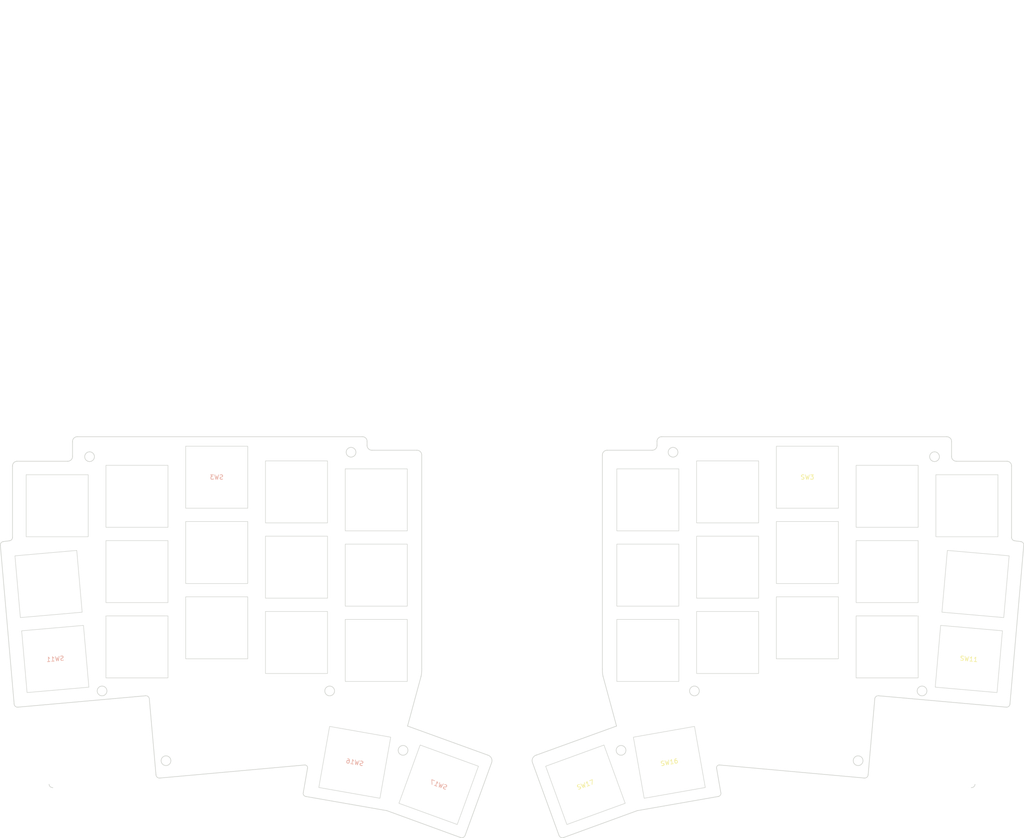
<source format=kicad_pcb>
(kicad_pcb (version 20221018) (generator pcbnew)
  (layers (0 "F.Cu" signal) (31 "B.Cu" signal) (34 "B.Paste" user) (35 "F.Paste" user) (36 "B.SilkS" user "B.Silkscreen") (37 "F.SilkS" user "F.Silkscreen") (38 "B.Mask" user) (39 "F.Mask" user) (44 "Edge.Cuts" user))
  (net 0 "")
  (footprint "jw_custom_footprint:Kailh_socket_PG1350_v1_reversible_cutout_switch_plate" (layer "F.Cu") (at 61.482528 105.958194)
    (fp_text reference "SW12")
    (fp_text value "SW12")
    (fp_rect (start -7 -7) (end 7 7) (stroke (width 0.12)) (fill none) (layer "Edge.Cuts"))
  )
  (footprint "jw_custom_footprint:Kailh_socket_PG1350_v1_reversible_cutout_switch_plate" (layer "F.Cu") (at 61.482528 88.958594)
    (fp_text reference "SW7")
    (fp_text value "SW7")
    (fp_rect (start -7 -7) (end 7 7) (stroke (width 0.12)) (fill none) (layer "Edge.Cuts"))
  )
  (footprint "jw_custom_footprint:MountingHole_2.2mm_M2_cutout" (layer "F.Cu") (at 109.791 62.004386)
    (fp_text reference "TH1" hide)
    (fp_text value "HOLE")
    (fp_circle (center 0 0) (end 1.1 0) (stroke (width 0.15)) (fill none) (layer "Edge.Cuts"))
  )
  (footprint "jw_custom_footprint:Kailh_socket_PG1350_v1_reversible_cutout_switch_plate" (layer "F.Cu") (at 110.629117 132.020377 170)
    (fp_text reference "SW16")
    (fp_text value "SW16")
    (fp_text user "${REFERENCE}" (at 0 0 170) (layer "B.SilkS") (effects (justify mirror)))
    (fp_rect (start -7 -7) (end 7 7) (stroke (width 0.12)) (fill none) (layer "Edge.Cuts"))
  )
  (footprint "jw_custom_footprint:Kailh_socket_PG1350_v1_reversible_cutout_switch_plate" (layer "F.Cu") (at 43.482328 74.082304)
    (fp_text reference "SW1")
    (fp_text value "SW1")
    (fp_rect (start -7 -7) (end 7 7) (stroke (width 0.12)) (fill none) (layer "Edge.Cuts"))
  )
  (footprint "jw_custom_footprint:Kailh_socket_PG1350_v1_reversible_cutout_switch_plate" (layer "F.Cu") (at 41.532612 91.756341 5)
    (fp_text reference "SW6")
    (fp_text value "SW6")
    (fp_rect (start -7 -7) (end 7 7) (stroke (width 0.12)) (fill none) (layer "Edge.Cuts"))
  )
  (footprint "jw_custom_footprint:MountingHole_2.2mm_M2_cutout" (layer "F.Cu") (at 104.965 115.903186)
    (fp_text reference "TH4" hide)
    (fp_text value "HOLE")
    (fp_circle (center 0 0) (end 1.1 0) (stroke (width 0.15)) (fill none) (layer "Edge.Cuts"))
  )
  (footprint "jw_custom_footprint:MountingHole_2.2mm_M2_cutout" (layer "F.Cu") (at 68.0334 131.651186)
    (fp_text reference "TH3" hide)
    (fp_text value "HOLE")
    (fp_circle (center 0 0) (end 1.1 0) (stroke (width 0.15)) (fill none) (layer "Edge.Cuts"))
  )
  (footprint "jw_custom_footprint:Kailh_socket_PG1350_v1_reversible_cutout_switch_plate" (layer "F.Cu") (at 129.565491 137.085275 160)
    (fp_text reference "SW17")
    (fp_text value "SW17")
    (fp_text user "${REFERENCE}" (at 0 0 160) (layer "B.SilkS") (effects (justify mirror)))
    (fp_rect (start -7 -7) (end 7 7) (stroke (width 0.12)) (fill none) (layer "Edge.Cuts"))
  )
  (footprint "jw_custom_footprint:Kailh_socket_PG1350_v1_reversible_cutout_switch_plate" (layer "F.Cu") (at 79.481928 101.648394)
    (fp_text reference "SW13")
    (fp_text value "SW13")
    (fp_rect (start -7 -7) (end 7 7) (stroke (width 0.12)) (fill none) (layer "Edge.Cuts"))
  )
  (footprint "jw_custom_footprint:MountingHole_2.2mm_M2_cutout" (layer "F.Cu") (at 121.5258 129.314386)
    (fp_text reference "TH5" hide)
    (fp_text value "HOLE")
    (fp_circle (center 0 0) (end 1.1 0) (stroke (width 0.15)) (fill none) (layer "Edge.Cuts"))
  )
  (footprint "jw_custom_footprint:Kailh_socket_PG1350_v1_reversible_cutout_switch_plate" (layer "F.Cu") (at 97.482128 70.958434)
    (fp_text reference "SW4")
    (fp_text value "SW4")
    (fp_rect (start -7 -7) (end 7 7) (stroke (width 0.12)) (fill none) (layer "Edge.Cuts"))
  )
  (footprint "jw_custom_footprint:Kailh_socket_PG1350_v1_reversible_cutout_switch_plate" (layer "F.Cu") (at 61.482528 71.958994)
    (fp_text reference "SW2")
    (fp_text value "SW2")
    (fp_rect (start -7 -7) (end 7 7) (stroke (width 0.12)) (fill none) (layer "Edge.Cuts"))
  )
  (footprint "jw_custom_footprint:Kailh_socket_PG1350_v1_reversible_cutout_switch_plate" (layer "F.Cu") (at 115.481826 72.757994)
    (fp_text reference "SW5")
    (fp_text value "SW5")
    (fp_rect (start -7 -7) (end 7 7) (stroke (width 0.12)) (fill none) (layer "Edge.Cuts"))
  )
  (footprint "jw_custom_footprint:Kailh_socket_PG1350_v1_reversible_cutout_switch_plate" (layer "F.Cu") (at 97.482128 104.958794)
    (fp_text reference "SW14")
    (fp_text value "SW14")
    (fp_rect (start -7 -7) (end 7 7) (stroke (width 0.12)) (fill none) (layer "Edge.Cuts"))
  )
  (footprint "jw_custom_footprint:MountingHole_2.2mm_M2_cutout" (layer "F.Cu") (at 53.6062 115.903186)
    (fp_text reference "TH6" hide)
    (fp_text value "HOLE")
    (fp_circle (center 0 0) (end 1.1 0) (stroke (width 0.15)) (fill none) (layer "Edge.Cuts"))
  )
  (footprint "jw_custom_footprint:Kailh_socket_PG1350_v1_reversible_cutout_switch_plate" (layer "F.Cu") (at 115.481826 106.757794)
    (fp_text reference "SW15")
    (fp_text value "SW15")
    (fp_rect (start -7 -7) (end 7 7) (stroke (width 0.12)) (fill none) (layer "Edge.Cuts"))
  )
  (footprint "jw_custom_footprint:Kailh_socket_PG1350_v1_reversible_cutout_switch_plate" (layer "F.Cu") (at 97.482128 87.958394)
    (fp_text reference "SW9")
    (fp_text value "SW9")
    (fp_rect (start -7 -7) (end 7 7) (stroke (width 0.12)) (fill none) (layer "Edge.Cuts"))
  )
  (footprint "jw_custom_footprint:Kailh_socket_PG1350_v1_reversible_cutout_switch_plate" (layer "F.Cu") (at 115.481826 89.757794)
    (fp_text reference "SW10")
    (fp_text value "SW10")
    (fp_rect (start -7 -7) (end 7 7) (stroke (width 0.12)) (fill none) (layer "Edge.Cuts"))
  )
  (footprint "jw_custom_footprint:Kailh_socket_PG1350_v1_reversible_cutout_switch_plate" (layer "F.Cu") (at 79.481928 67.648234)
    (fp_text reference "SW3")
    (fp_text value "SW3")
    (fp_text user "${REFERENCE}" (at 0 0) (layer "B.SilkS") (effects (justify mirror)))
    (fp_rect (start -7 -7) (end 7 7) (stroke (width 0.12)) (fill none) (layer "Edge.Cuts"))
  )
  (footprint "jw_custom_footprint:MountingHole_2.2mm_M2_cutout" (layer "F.Cu") (at 50.7868 63.0108)
    (fp_text reference "TH2" hide)
    (fp_text value "HOLE")
    (fp_circle (center 0 0) (end 1.1 0) (stroke (width 0.15)) (fill none) (layer "Edge.Cuts"))
  )
  (footprint "jw_custom_footprint:Kailh_socket_PG1350_v1_reversible_cutout_switch_plate" (layer "F.Cu") (at 79.481928 84.648194)
    (fp_text reference "SW8")
    (fp_text value "SW8")
    (fp_rect (start -7 -7) (end 7 7) (stroke (width 0.12)) (fill none) (layer "Edge.Cuts"))
  )
  (footprint "jw_custom_footprint:Kailh_socket_PG1350_v1_reversible_cutout_switch_plate" (layer "F.Cu") (at 43.046358 108.68404 5)
    (fp_text reference "SW11")
    (fp_text value "SW11")
    (fp_text user "${REFERENCE}" (at 0 0 5) (layer "B.SilkS") (effects (justify mirror)))
    (fp_rect (start -7 -7) (end 7 7) (stroke (width 0.12)) (fill none) (layer "Edge.Cuts"))
  )
  (footprint "jw_custom_footprint:MountingHole_2.2mm_M2_cutout" (layer "B.Cu") (at 187.275442 115.903186 180)
    (fp_text reference "TH4" hide)
    (fp_text value "HOLE")
    (fp_circle (center 0 0) (end 1.1 0) (stroke (width 0.15)) (fill none) (layer "Edge.Cuts"))
  )
  (footprint "jw_custom_footprint:Kailh_socket_PG1350_v1_reversible_cutout_switch_plate" (layer "B.Cu") (at 176.758616 89.757794 180)
    (fp_text reference "SW10")
    (fp_text value "SW10")
    (fp_rect (start -7 7) (end 7 -7) (stroke (width 0.12)) (fill none) (layer "Edge.Cuts"))
  )
  (footprint "jw_custom_footprint:Kailh_socket_PG1350_v1_reversible_cutout_switch_plate" (layer "B.Cu") (at 230.757914 71.958994 180)
    (fp_text reference "SW2")
    (fp_text value "SW2")
    (fp_rect (start -7 7) (end 7 -7) (stroke (width 0.12)) (fill none) (layer "Edge.Cuts"))
  )
  (footprint "jw_custom_footprint:MountingHole_2.2mm_M2_cutout" (layer "B.Cu") (at 224.207042 131.651186 180)
    (fp_text reference "TH3" hide)
    (fp_text value "HOLE")
    (fp_circle (center 0 0) (end 1.1 0) (stroke (width 0.15)) (fill none) (layer "Edge.Cuts"))
  )
  (footprint "jw_custom_footprint:MountingHole_2.2mm_M2_cutout" (layer "B.Cu") (at 241.453642 63.0108 180)
    (fp_text reference "TH2" hide)
    (fp_text value "HOLE")
    (fp_circle (center 0 0) (end 1.1 0) (stroke (width 0.15)) (fill none) (layer "Edge.Cuts"))
  )
  (footprint "jw_custom_footprint:Kailh_socket_PG1350_v1_reversible_cutout_switch_plate" (layer "B.Cu") (at 162.674951 137.085275 20)
    (fp_text reference "SW17")
    (fp_text value "SW17")
    (fp_text user "${REFERENCE}" (at 0 0 20) (layer "F.SilkS"))
    (fp_rect (start -7 7) (end 7 -7) (stroke (width 0.12)) (fill none) (layer "Edge.Cuts"))
  )
  (footprint "jw_custom_footprint:Kailh_socket_PG1350_v1_reversible_cutout_switch_plate" (layer "B.Cu") (at 176.758616 72.757994 180)
    (fp_text reference "SW5")
    (fp_text value "SW5")
    (fp_rect (start -7 7) (end 7 -7) (stroke (width 0.12)) (fill none) (layer "Edge.Cuts"))
  )
  (footprint "jw_custom_footprint:Kailh_socket_PG1350_v1_reversible_cutout_switch_plate" (layer "B.Cu") (at 194.758314 87.958394 180)
    (fp_text reference "SW9")
    (fp_text value "SW9")
    (fp_rect (start -7 7) (end 7 -7) (stroke (width 0.12)) (fill none) (layer "Edge.Cuts"))
  )
  (footprint "jw_custom_footprint:Kailh_socket_PG1350_v1_reversible_cutout_switch_plate" (layer "B.Cu") (at 250.70783 91.756341 175)
    (fp_text reference "SW6")
    (fp_text value "SW6")
    (fp_rect (start -7 7) (end 7 -7) (stroke (width 0.12)) (fill none) (layer "Edge.Cuts"))
  )
  (footprint "jw_custom_footprint:Kailh_socket_PG1350_v1_reversible_cutout_switch_plate" (layer "B.Cu") (at 230.757914 88.958594 180)
    (fp_text reference "SW7")
    (fp_text value "SW7")
    (fp_rect (start -7 7) (end 7 -7) (stroke (width 0.12)) (fill none) (layer "Edge.Cuts"))
  )
  (footprint "jw_custom_footprint:Kailh_socket_PG1350_v1_reversible_cutout_switch_plate" (layer "B.Cu") (at 194.758314 70.958434 180)
    (fp_text reference "SW4")
    (fp_text value "SW4")
    (fp_rect (start -7 7) (end 7 -7) (stroke (width 0.12)) (fill none) (layer "Edge.Cuts"))
  )
  (footprint "jw_custom_footprint:Kailh_socket_PG1350_v1_reversible_cutout_switch_plate" (layer "B.Cu") (at 212.758514 84.648194 180)
    (fp_text reference "SW8")
    (fp_text value "SW8")
    (fp_rect (start -7 7) (end 7 -7) (stroke (width 0.12)) (fill none) (layer "Edge.Cuts"))
  )
  (footprint "jw_custom_footprint:Kailh_socket_PG1350_v1_reversible_cutout_switch_plate" (layer "B.Cu") (at 248.758114 74.082304 180)
    (fp_text reference "SW1")
    (fp_text value "SW1")
    (fp_rect (start -7 7) (end 7 -7) (stroke (width 0.12)) (fill none) (layer "Edge.Cuts"))
  )
  (footprint "jw_custom_footprint:Kailh_socket_PG1350_v1_reversible_cutout_switch_plate" (layer "B.Cu") (at 212.758514 101.648394 180)
    (fp_text reference "SW13")
    (fp_text value "SW13")
    (fp_rect (start -7 7) (end 7 -7) (stroke (width 0.12)) (fill none) (layer "Edge.Cuts"))
  )
  (footprint "jw_custom_footprint:Kailh_socket_PG1350_v1_reversible_cutout_switch_plate" (layer "B.Cu") (at 181.611325 132.020377 10)
    (fp_text reference "SW16")
    (fp_text value "SW16")
    (fp_text user "${REFERENCE}" (at 0 0 10) (layer "F.SilkS"))
    (fp_rect (start -7 7) (end 7 -7) (stroke (width 0.12)) (fill none) (layer "Edge.Cuts"))
  )
  (footprint "jw_custom_footprint:MountingHole_2.2mm_M2_cutout" (layer "B.Cu") (at 170.714642 129.314386 180)
    (fp_text reference "TH5" hide)
    (fp_text value "HOLE")
    (fp_circle (center 0 0) (end 1.1 0) (stroke (width 0.15)) (fill none) (layer "Edge.Cuts"))
  )
  (footprint "jw_custom_footprint:MountingHole_2.2mm_M2_cutout" (layer "B.Cu") (at 238.634242 115.903186 180)
    (fp_text reference "TH6" hide)
    (fp_text value "HOLE")
    (fp_circle (center 0 0) (end 1.1 0) (stroke (width 0.15)) (fill none) (layer "Edge.Cuts"))
  )
  (footprint "jw_custom_footprint:MountingHole_2.2mm_M2_cutout" (layer "B.Cu") (at 182.449442 62.004386 180)
    (fp_text reference "TH1" hide)
    (fp_text value "HOLE")
    (fp_circle (center 0 0) (end 1.1 0) (stroke (width 0.15)) (fill none) (layer "Edge.Cuts"))
  )
  (footprint "jw_custom_footprint:Kailh_socket_PG1350_v1_reversible_cutout_switch_plate" (layer "B.Cu") (at 176.758616 106.757794 180)
    (fp_text reference "SW15")
    (fp_text value "SW15")
    (fp_rect (start -7 7) (end 7 -7) (stroke (width 0.12)) (fill none) (layer "Edge.Cuts"))
  )
  (footprint "jw_custom_footprint:Kailh_socket_PG1350_v1_reversible_cutout_switch_plate" (layer "B.Cu") (at 230.757914 105.958194 180)
    (fp_text reference "SW12")
    (fp_text value "SW12")
    (fp_rect (start -7 7) (end 7 -7) (stroke (width 0.12)) (fill none) (layer "Edge.Cuts"))
  )
  (footprint "jw_custom_footprint:Kailh_socket_PG1350_v1_reversible_cutout_switch_plate" (layer "B.Cu") (at 194.758314 104.958794 180)
    (fp_text reference "SW14")
    (fp_text value "SW14")
    (fp_rect (start -7 7) (end 7 -7) (stroke (width 0.12)) (fill none) (layer "Edge.Cuts"))
  )
  (footprint "jw_custom_footprint:Kailh_socket_PG1350_v1_reversible_cutout_switch_plate" (layer "B.Cu") (at 212.758514 67.648234 180)
    (fp_text reference "SW3")
    (fp_text value "SW3")
    (fp_text user "${REFERENCE}" (at 0 0) (layer "F.SilkS"))
    (fp_rect (start -7 7) (end 7 -7) (stroke (width 0.12)) (fill none) (layer "Edge.Cuts"))
  )
  (footprint "jw_custom_footprint:Kailh_socket_PG1350_v1_reversible_cutout_switch_plate" (layer "B.Cu") (at 249.194084 108.68404 175)
    (fp_text reference "SW11")
    (fp_text value "SW11")
    (fp_text user "${REFERENCE}" (at 0 0 175) (layer "F.SilkS"))
    (fp_rect (start -7 7) (end 7 -7) (stroke (width 0.12)) (fill none) (layer "Edge.Cuts"))
  )
  (gr_line (start 34.63162 119.558661) (end 63.404013 116.992213) (stroke (width 0.15)) (layer "Edge.Cuts"))
  (gr_line (start 178.829738 59.582328) (end 178.829738 60.429586) (stroke (width 0.15)) (layer "Edge.Cuts"))
  (gr_line (start 46.942981 59.620786) (end 46.942981 62.918786) (stroke (width 0.15)) (layer "Edge.Cuts"))
  (gr_line (start 99.972929 133.32555) (end 99.0214 138.813986) (stroke (width 0.15)) (layer "Edge.Cuts"))
  (gr_arc (start 227.966242 117.731986) (mid 228.237418 117.169274) (end 228.836429 116.992213) (stroke (width 0.15)) (layer "Edge.Cuts"))
  (gr_arc (start 259.462242 81.988858) (mid 259.001981 81.696003) (end 258.836909 81.176058) (stroke (width 0.15)) (layer "Edge.Cuts"))
  (gr_arc (start 178.829738 60.429586) (mid 178.52025 61.230004) (end 177.725042 61.55271) (stroke (width 0.15)) (layer "Edge.Cuts"))
  (gr_line (start 258.471642 118.849586) (end 261.582921 83.026619) (stroke (width 0.15)) (layer "Edge.Cuts"))
  (gr_line (start 166.650642 112.601186) (end 169.698642 123.827986) (stroke (width 0.15)) (layer "Edge.Cuts"))
  (gr_arc (start 99.3262 132.616386) (mid 99.818052 132.817314) (end 99.972929 133.32555) (stroke (width 0.15)) (layer "Edge.Cuts"))
  (gr_line (start 192.660242 139.728386) (end 174.372242 142.928786) (stroke (width 0.15)) (layer "Edge.Cuts"))
  (gr_line (start 257.836642 64.04191) (end 246.402157 64.04191) (stroke (width 0.15)) (layer "Edge.Cuts"))
  (gr_line (start 30.657521 83.026619) (end 33.7688 118.849586) (stroke (width 0.15)) (layer "Edge.Cuts"))
  (gr_arc (start 46.942981 62.918786) (mid 46.633529 63.719267) (end 45.838285 64.04191) (stroke (width 0.15)) (layer "Edge.Cuts"))
  (gr_line (start 134.429 148.973986) (end 117.8682 142.928786) (stroke (width 0.15)) (layer "Edge.Cuts"))
  (gr_line (start 64.2742 117.731986) (end 65.770699 134.820398) (stroke (width 0.15)) (layer "Edge.Cuts"))
  (gr_arc (start 166.650642 112.601186) (mid 166.52583 111.767405) (end 166.498242 110.924786) (stroke (width 0.15)) (layer "Edge.Cuts"))
  (gr_arc (start 178.829738 59.582328) (mid 179.11552 58.823443) (end 179.858642 58.4988) (stroke (width 0.15)) (layer "Edge.Cuts"))
  (gr_line (start 167.617769 61.55271) (end 177.725042 61.55271) (stroke (width 0.15)) (layer "Edge.Cuts"))
  (gr_arc (start 124.622673 61.55271) (mid 125.422947 61.872152) (end 125.742578 62.672387) (stroke (width 0.15)) (layer "Edge.Cuts"))
  (gr_line (start 117.8682 142.928786) (end 99.5802 139.728386) (stroke (width 0.15)) (layer "Edge.Cuts"))
  (gr_arc (start 114.5154 61.55271) (mid 113.720186 61.230042) (end 113.410704 60.429586) (stroke (width 0.15)) (layer "Edge.Cuts"))
  (gr_line (start 113.410704 60.429586) (end 113.410704 59.582328) (stroke (width 0.15)) (layer "Edge.Cuts"))
  (gr_line (start 32.7782 81.988858) (end 31.305 82.179587) (stroke (width 0.15)) (layer "Edge.Cuts"))
  (gr_line (start 258.836909 81.176058) (end 258.836909 65.103186) (stroke (width 0.15)) (layer "Edge.Cuts"))
  (gr_arc (start 46.942981 59.620786) (mid 47.252537 58.820728) (end 48.047677 58.4988) (stroke (width 0.15)) (layer "Edge.Cuts"))
  (gr_line (start 169.698642 123.827986) (end 151.613842 130.381186) (stroke (width 0.15)) (layer "Edge.Cuts"))
  (gr_line (start 174.372242 142.928786) (end 157.811442 148.973986) (stroke (width 0.15)) (layer "Edge.Cuts"))
  (gr_line (start 48.047677 58.4988) (end 112.3818 58.4988) (stroke (width 0.15)) (layer "Edge.Cuts"))
  (gr_line (start 122.5418 123.827986) (end 125.5898 112.601186) (stroke (width 0.15)) (layer "Edge.Cuts"))
  (gr_arc (start 112.3818 58.4988) (mid 113.124946 58.823422) (end 113.410704 59.582328) (stroke (width 0.15)) (layer "Edge.Cuts"))
  (gr_arc (start 246.402157 64.04191) (mid 245.606932 63.719248) (end 245.297461 62.918786) (stroke (width 0.15)) (layer "Edge.Cuts"))
  (gr_arc (start 66.6618 135.562786) (mid 66.052411 135.38825) (end 65.770699 134.820398) (stroke (width 0.15)) (layer "Edge.Cuts"))
  (gr_arc (start 260.935442 82.179587) (mid 261.432196 82.470848) (end 261.582921 83.026619) (stroke (width 0.15)) (layer "Edge.Cuts"))
  (gr_line (start 192.914242 132.616386) (end 225.578642 135.562786) (stroke (width 0.15)) (layer "Edge.Cuts"))
  (gr_line (start 245.297461 62.918786) (end 245.297461 59.620786) (stroke (width 0.15)) (layer "Edge.Cuts"))
  (gr_arc (start 258.471642 118.849586) (mid 258.192418 119.389311) (end 257.608822 119.558661) (stroke (width 0.15)) (layer "Edge.Cuts"))
  (gr_arc (start 157.811442 148.973986) (mid 157.137349 148.973581) (end 156.693842 148.465986) (stroke (width 0.15)) (layer "Edge.Cuts"))
  (gr_arc (start 63.404013 116.992213) (mid 64.003007 117.169299) (end 64.2742 117.731986) (stroke (width 0.15)) (layer "Edge.Cuts"))
  (gr_line (start 179.858642 58.4988) (end 244.192765 58.4988) (stroke (width 0.15)) (layer "Edge.Cuts"))
  (gr_arc (start 244.192765 58.4988) (mid 244.987939 58.820726) (end 245.297461 59.620786) (stroke (width 0.15)) (layer "Edge.Cuts"))
  (gr_line (start 135.5466 148.465986) (end 141.541 132.006786) (stroke (width 0.15)) (layer "Edge.Cuts"))
  (gr_arc (start 150.699442 132.006786) (mid 150.82179 131.005631) (end 151.613842 130.381186) (stroke (width 0.15)) (layer "Edge.Cuts"))
  (gr_arc (start 34.63162 119.558661) (mid 34.04803 119.389299) (end 33.7688 118.849586) (stroke (width 0.15)) (layer "Edge.Cuts"))
  (gr_arc (start 166.497864 62.672387) (mid 166.817466 61.872124) (end 167.617769 61.55271) (stroke (width 0.15)) (layer "Edge.Cuts"))
  (gr_arc (start 33.403533 65.103186) (mid 33.690029 64.371182) (end 34.4038 64.04191) (stroke (width 0.15)) (layer "Edge.Cuts"))
  (gr_arc (start 135.5466 148.465986) (mid 135.10305 148.97356) (end 134.429 148.973986) (stroke (width 0.15)) (layer "Edge.Cuts"))
  (gr_line (start 260.935442 82.179587) (end 259.462242 81.988858) (stroke (width 0.15)) (layer "Edge.Cuts"))
  (gr_arc (start 42.499957 137.725051) (mid 41.922333 137.532087) (end 41.659656 136.982663) (stroke (width 0.15)) (layer "Edge.Cuts"))
  (gr_arc (start 250.580786 136.982663) (mid 250.318114 137.532122) (end 249.740485 137.725051) (stroke (width 0.15)) (layer "Edge.Cuts"))
  (gr_arc (start 30.657521 83.026619) (mid 30.808241 82.470844) (end 31.305 82.179587) (stroke (width 0.15)) (layer "Edge.Cuts"))
  (gr_line (start 226.469743 134.820398) (end 227.966242 117.731986) (stroke (width 0.15)) (layer "Edge.Cuts"))
  (gr_line (start 166.498242 110.924786) (end 166.498242 62.672387) (stroke (width 0.15)) (layer "Edge.Cuts"))
  (gr_line (start 193.219042 138.813986) (end 192.267513 133.32555) (stroke (width 0.15)) (layer "Edge.Cuts"))
  (gr_line (start 33.403533 65.103186) (end 33.403533 81.176058) (stroke (width 0.15)) (layer "Edge.Cuts"))
  (gr_arc (start 140.6266 130.381186) (mid 141.418651 131.005632) (end 141.541 132.006786) (stroke (width 0.15)) (layer "Edge.Cuts"))
  (gr_line (start 150.699442 132.006786) (end 156.693842 148.465986) (stroke (width 0.15)) (layer "Edge.Cuts"))
  (gr_line (start 140.6266 130.381186) (end 122.5418 123.827986) (stroke (width 0.15)) (layer "Edge.Cuts"))
  (gr_line (start 228.836429 116.992213) (end 257.608822 119.558661) (stroke (width 0.15)) (layer "Edge.Cuts"))
  (gr_arc (start 99.5802 139.728386) (mid 99.095354 139.396758) (end 99.0214 138.813986) (stroke (width 0.15)) (layer "Edge.Cuts"))
  (gr_arc (start 226.469743 134.820398) (mid 226.18803 135.388242) (end 225.578642 135.562786) (stroke (width 0.15)) (layer "Edge.Cuts"))
  (gr_arc (start 192.267513 133.32555) (mid 192.422389 132.817313) (end 192.914242 132.616386) (stroke (width 0.15)) (layer "Edge.Cuts"))
  (gr_arc (start 257.836642 64.04191) (mid 258.550449 64.371174) (end 258.836909 65.103186) (stroke (width 0.15)) (layer "Edge.Cuts"))
  (gr_arc (start 125.7422 110.924786) (mid 125.71461 111.767405) (end 125.5898 112.601186) (stroke (width 0.15)) (layer "Edge.Cuts"))
  (gr_arc (start 33.403533 81.176058) (mid 33.238444 81.696008) (end 32.7782 81.988858) (stroke (width 0.15)) (layer "Edge.Cuts"))
  (gr_line (start 66.6618 135.562786) (end 99.3262 132.616386) (stroke (width 0.15)) (layer "Edge.Cuts"))
  (gr_line (start 114.5154 61.55271) (end 124.622673 61.55271) (stroke (width 0.15)) (layer "Edge.Cuts"))
  (gr_arc (start 193.219042 138.813986) (mid 193.145103 139.396754) (end 192.660242 139.728386) (stroke (width 0.15)) (layer "Edge.Cuts"))
  (gr_line (start 125.7422 62.672387) (end 125.7422 110.924786) (stroke (width 0.15)) (layer "Edge.Cuts"))
  (gr_line (start 45.838285 64.04191) (end 34.4038 64.04191) (stroke (width 0.15)) (layer "Edge.Cuts"))
)
</source>
